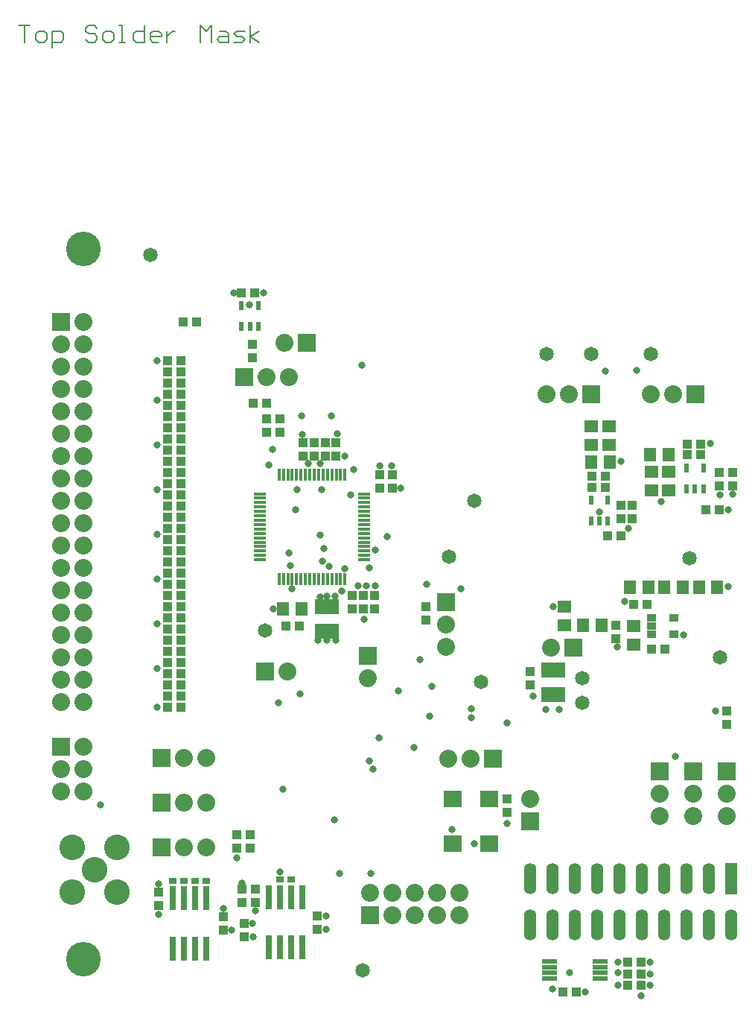
<source format=gts>
%FSLAX24Y24*%
%MOIN*%
G70*
G01*
G75*
%ADD10C,0.0120*%
%ADD11C,0.0100*%
%ADD12R,0.0250X0.1000*%
%ADD13R,0.0650X0.0157*%
%ADD14R,0.1024X0.0630*%
%ADD15R,0.0551X0.0472*%
%ADD16R,0.0091X0.0500*%
%ADD17R,0.0500X0.0091*%
%ADD18R,0.0500X0.0091*%
%ADD19R,0.0390X0.0270*%
%ADD20R,0.0197X0.0394*%
%ADD21R,0.0787X0.0709*%
%ADD22R,0.0300X0.0200*%
%ADD23R,0.0350X0.0350*%
%ADD24R,0.0472X0.0551*%
%ADD25R,0.0472X0.0551*%
%ADD26C,0.0200*%
%ADD27C,0.0080*%
%ADD28C,0.0150*%
%ADD29C,0.0040*%
%ADD30C,0.0400*%
%ADD31C,0.0300*%
%ADD32C,0.0250*%
%ADD33C,0.0450*%
%ADD34C,0.0500*%
%ADD35O,0.0500X0.1350*%
%ADD36R,0.0500X0.1350*%
%ADD37C,0.0750*%
%ADD38R,0.0750X0.0750*%
%ADD39C,0.1100*%
%ADD40C,0.0600*%
%ADD41C,0.1500*%
%ADD42C,0.0280*%
%ADD43O,0.1350X0.0500*%
%ADD44R,0.1350X0.0500*%
%ADD45R,0.0433X0.0157*%
%ADD46R,0.0700X0.0800*%
%ADD47R,0.0700X0.0600*%
%ADD48R,0.1000X0.0250*%
%ADD49R,0.0551X0.0472*%
%ADD50C,0.0079*%
%ADD51C,0.0060*%
%ADD52C,0.0090*%
%ADD53C,0.0050*%
%ADD54R,0.0450X0.0450*%
%ADD55R,0.0300X0.1050*%
%ADD56R,0.0700X0.0207*%
%ADD57R,0.1074X0.0680*%
%ADD58R,0.0601X0.0522*%
%ADD59R,0.0141X0.0550*%
%ADD60R,0.0550X0.0141*%
%ADD61R,0.0550X0.0141*%
%ADD62R,0.0440X0.0320*%
%ADD63R,0.0247X0.0444*%
%ADD64R,0.0837X0.0759*%
%ADD65R,0.0350X0.0250*%
%ADD66R,0.0400X0.0400*%
%ADD67R,0.0522X0.0601*%
%ADD68R,0.0522X0.0601*%
%ADD69O,0.0550X0.1400*%
%ADD70R,0.0550X0.1400*%
%ADD71C,0.0800*%
%ADD72R,0.0800X0.0800*%
%ADD73C,0.1150*%
%ADD74C,0.0650*%
%ADD75C,0.1550*%
%ADD76C,0.0330*%
D27*
X50960Y100872D02*
X51460D01*
X51210D01*
Y100123D01*
X51835D02*
X52084D01*
X52209Y100248D01*
Y100497D01*
X52084Y100622D01*
X51835D01*
X51710Y100497D01*
Y100248D01*
X51835Y100123D01*
X52459Y99873D02*
Y100622D01*
X52834D01*
X52959Y100497D01*
Y100248D01*
X52834Y100123D01*
X52459D01*
X54459Y100747D02*
X54334Y100872D01*
X54084D01*
X53959Y100747D01*
Y100622D01*
X54084Y100497D01*
X54334D01*
X54459Y100373D01*
Y100248D01*
X54334Y100123D01*
X54084D01*
X53959Y100248D01*
X54834Y100123D02*
X55083D01*
X55208Y100248D01*
Y100497D01*
X55083Y100622D01*
X54834D01*
X54709Y100497D01*
Y100248D01*
X54834Y100123D01*
X55458D02*
X55708D01*
X55583D01*
Y100872D01*
X55458D01*
X56583D02*
Y100123D01*
X56208D01*
X56083Y100248D01*
Y100497D01*
X56208Y100622D01*
X56583D01*
X57208Y100123D02*
X56958D01*
X56833Y100248D01*
Y100497D01*
X56958Y100622D01*
X57208D01*
X57333Y100497D01*
Y100373D01*
X56833D01*
X57583Y100622D02*
Y100123D01*
Y100373D01*
X57708Y100497D01*
X57833Y100622D01*
X57958D01*
X59082Y100123D02*
Y100872D01*
X59332Y100622D01*
X59582Y100872D01*
Y100123D01*
X59957Y100622D02*
X60207D01*
X60332Y100497D01*
Y100123D01*
X59957D01*
X59832Y100248D01*
X59957Y100373D01*
X60332D01*
X60582Y100123D02*
X60957D01*
X61082Y100248D01*
X60957Y100373D01*
X60707D01*
X60582Y100497D01*
X60707Y100622D01*
X61082D01*
X61331Y100123D02*
Y100872D01*
Y100373D02*
X61706Y100622D01*
X61331Y100373D02*
X61706Y100123D01*
D55*
X58360Y59588D02*
D03*
X58860Y61838D02*
D03*
X58360D02*
D03*
X58860Y59588D02*
D03*
X57860Y61838D02*
D03*
X59360D02*
D03*
Y59588D02*
D03*
X57860D02*
D03*
X63640Y59628D02*
D03*
X62140D02*
D03*
X63640Y61878D02*
D03*
X63140D02*
D03*
X62640D02*
D03*
X62140D02*
D03*
X62640Y59628D02*
D03*
X63140D02*
D03*
D56*
X76980Y58493D02*
D03*
Y58748D02*
D03*
Y59004D02*
D03*
X74716Y58237D02*
D03*
Y58493D02*
D03*
Y58748D02*
D03*
Y59004D02*
D03*
X76980Y58237D02*
D03*
D57*
X74875Y70931D02*
D03*
Y72034D02*
D03*
X64760Y73771D02*
D03*
Y74874D02*
D03*
D58*
X76595Y82928D02*
D03*
Y82101D02*
D03*
X79265Y80903D02*
D03*
Y80076D02*
D03*
X78475Y73169D02*
D03*
Y73996D02*
D03*
X75390Y74049D02*
D03*
Y74876D02*
D03*
X80055Y80903D02*
D03*
Y80076D02*
D03*
X77380Y82101D02*
D03*
Y82928D02*
D03*
D59*
X64575Y76123D02*
D03*
X64968D02*
D03*
X64772Y80769D02*
D03*
X64378D02*
D03*
X63787D02*
D03*
X63197Y76123D02*
D03*
X63000D02*
D03*
X64968Y80769D02*
D03*
X65559D02*
D03*
X63984Y76123D02*
D03*
X63787D02*
D03*
X63000Y80769D02*
D03*
X65165Y76123D02*
D03*
X63197Y80769D02*
D03*
X63394D02*
D03*
X63984D02*
D03*
X64181D02*
D03*
X64575D02*
D03*
X62803D02*
D03*
X65559Y76123D02*
D03*
X63394D02*
D03*
X63591D02*
D03*
X64772D02*
D03*
X63591Y80769D02*
D03*
X65362Y76123D02*
D03*
Y80769D02*
D03*
X65165D02*
D03*
X64181Y76123D02*
D03*
X64378D02*
D03*
X62606Y80769D02*
D03*
X62606Y76123D02*
D03*
X62803D02*
D03*
D60*
X66405Y79332D02*
D03*
Y78938D02*
D03*
Y78545D02*
D03*
Y79923D02*
D03*
Y77167D02*
D03*
Y78151D02*
D03*
Y78348D02*
D03*
Y77954D02*
D03*
Y77757D02*
D03*
Y77364D02*
D03*
Y77560D02*
D03*
Y76970D02*
D03*
Y79726D02*
D03*
Y79135D02*
D03*
Y79529D02*
D03*
Y78741D02*
D03*
X61760Y79923D02*
D03*
X61760Y79726D02*
D03*
Y79529D02*
D03*
Y79332D02*
D03*
Y79135D02*
D03*
Y78938D02*
D03*
Y78741D02*
D03*
Y78545D02*
D03*
Y78348D02*
D03*
Y78151D02*
D03*
Y77954D02*
D03*
Y77757D02*
D03*
Y77560D02*
D03*
Y77364D02*
D03*
Y77167D02*
D03*
D61*
X61760Y76970D02*
D03*
D62*
X79275Y74383D02*
D03*
X80295Y73633D02*
D03*
X79275Y74008D02*
D03*
X80295Y74383D02*
D03*
X79275Y73633D02*
D03*
D63*
X76576Y78702D02*
D03*
X77324Y79637D02*
D03*
X76950Y78702D02*
D03*
X76576Y79637D02*
D03*
X77324Y78702D02*
D03*
X81225Y80142D02*
D03*
X80851D02*
D03*
X81599Y81077D02*
D03*
X80851D02*
D03*
X81599Y80142D02*
D03*
X60926Y87400D02*
D03*
X61674Y88335D02*
D03*
X61300Y87400D02*
D03*
X60926Y88335D02*
D03*
X61674Y87400D02*
D03*
D64*
X72023Y66263D02*
D03*
X70370D02*
D03*
Y64263D02*
D03*
X72023D02*
D03*
D65*
X63140Y62663D02*
D03*
X62640D02*
D03*
X58360Y62623D02*
D03*
X57860D02*
D03*
X58860D02*
D03*
X59360D02*
D03*
D66*
X60710Y64673D02*
D03*
X61310D02*
D03*
X61055Y60111D02*
D03*
Y60711D02*
D03*
X61311Y64088D02*
D03*
X60711D02*
D03*
X58310Y87623D02*
D03*
X58910D02*
D03*
X58208Y70878D02*
D03*
X58207Y70383D02*
D03*
X58208Y71378D02*
D03*
Y72878D02*
D03*
X58207Y72383D02*
D03*
X58208Y73378D02*
D03*
X58210Y73873D02*
D03*
X58208Y74878D02*
D03*
X58207Y74383D02*
D03*
X58208Y75378D02*
D03*
X58210Y75873D02*
D03*
X58208Y76878D02*
D03*
X58207Y76383D02*
D03*
X58208Y77378D02*
D03*
Y78878D02*
D03*
X58207Y78383D02*
D03*
X58208Y79378D02*
D03*
X58210Y79873D02*
D03*
X58208Y80878D02*
D03*
X58207Y80383D02*
D03*
X58208Y81378D02*
D03*
X58210Y81873D02*
D03*
X58208Y82878D02*
D03*
X58207Y82383D02*
D03*
X58208Y83378D02*
D03*
X58210Y83873D02*
D03*
X58208Y84878D02*
D03*
X58207Y84383D02*
D03*
X58208Y85378D02*
D03*
X57608Y70878D02*
D03*
Y71378D02*
D03*
Y72878D02*
D03*
Y73378D02*
D03*
Y74878D02*
D03*
Y75378D02*
D03*
Y76878D02*
D03*
Y77378D02*
D03*
Y78878D02*
D03*
Y79378D02*
D03*
Y80878D02*
D03*
Y81378D02*
D03*
Y82878D02*
D03*
Y83378D02*
D03*
Y84878D02*
D03*
Y85378D02*
D03*
X60110Y60423D02*
D03*
X57210Y62113D02*
D03*
X60110Y61023D02*
D03*
X57607Y72383D02*
D03*
Y74383D02*
D03*
X57610Y75873D02*
D03*
X57607Y76383D02*
D03*
Y78383D02*
D03*
Y80383D02*
D03*
Y82383D02*
D03*
Y84383D02*
D03*
Y70383D02*
D03*
X57210Y61513D02*
D03*
X63510Y74023D02*
D03*
X62910D02*
D03*
X63665Y82221D02*
D03*
Y81621D02*
D03*
X62660Y83273D02*
D03*
Y82673D02*
D03*
X65885Y75361D02*
D03*
Y74761D02*
D03*
X67115Y80174D02*
D03*
Y80774D02*
D03*
X67665D02*
D03*
Y80174D02*
D03*
X64665Y81624D02*
D03*
Y82224D02*
D03*
X64165D02*
D03*
Y81624D02*
D03*
X62051Y83968D02*
D03*
X61451D02*
D03*
X61405Y86621D02*
D03*
Y86021D02*
D03*
X78415Y79398D02*
D03*
Y78798D02*
D03*
X82915Y80271D02*
D03*
Y80871D02*
D03*
X61531Y88908D02*
D03*
X60931D02*
D03*
X73860Y71971D02*
D03*
Y71371D02*
D03*
X69195Y74874D02*
D03*
Y74274D02*
D03*
X66385Y74764D02*
D03*
Y75364D02*
D03*
X82645Y70221D02*
D03*
Y69621D02*
D03*
X62055Y82671D02*
D03*
Y83271D02*
D03*
X77665Y74051D02*
D03*
Y73451D02*
D03*
X79088Y74988D02*
D03*
X78488D02*
D03*
X79273Y72988D02*
D03*
X79873D02*
D03*
X65155Y81621D02*
D03*
Y82221D02*
D03*
X77901Y78044D02*
D03*
X77301D02*
D03*
X81496Y82154D02*
D03*
X80896D02*
D03*
X76601Y80704D02*
D03*
X77201D02*
D03*
X82306Y79194D02*
D03*
X81706D02*
D03*
X82325Y80274D02*
D03*
Y80874D02*
D03*
X77925Y78801D02*
D03*
Y79401D02*
D03*
X80893Y81664D02*
D03*
X81493D02*
D03*
X77198Y80214D02*
D03*
X76598D02*
D03*
X57610Y79873D02*
D03*
Y83873D02*
D03*
Y73873D02*
D03*
Y81873D02*
D03*
X78831Y57932D02*
D03*
X78231D02*
D03*
X78831Y58432D02*
D03*
X78231D02*
D03*
X75931Y57632D02*
D03*
X75331D02*
D03*
X78831Y58982D02*
D03*
X78231D02*
D03*
X66890Y75363D02*
D03*
Y74763D02*
D03*
X57610Y77873D02*
D03*
X58210D02*
D03*
X57610Y71873D02*
D03*
X58210D02*
D03*
X60958Y61638D02*
D03*
X61558D02*
D03*
X57610Y85873D02*
D03*
X58210D02*
D03*
X72815Y66274D02*
D03*
Y65674D02*
D03*
X64310Y61053D02*
D03*
Y60453D02*
D03*
X61560Y62233D02*
D03*
X60960D02*
D03*
D67*
X63623Y74773D02*
D03*
X62796D02*
D03*
D68*
X82228Y75733D02*
D03*
X81401D02*
D03*
X78321D02*
D03*
X79148D02*
D03*
X80688D02*
D03*
X79861D02*
D03*
X79231Y81659D02*
D03*
X80058D02*
D03*
X77423Y81354D02*
D03*
X76596D02*
D03*
X77033Y74053D02*
D03*
X76206D02*
D03*
D69*
X77850Y62698D02*
D03*
X73850Y60648D02*
D03*
X75850D02*
D03*
X79850D02*
D03*
X82850D02*
D03*
X80850D02*
D03*
X77850D02*
D03*
X76850D02*
D03*
X73850Y62698D02*
D03*
X81850D02*
D03*
X79850D02*
D03*
X76850D02*
D03*
X75850D02*
D03*
X74850D02*
D03*
X81850Y60648D02*
D03*
X74850D02*
D03*
X78850D02*
D03*
Y62698D02*
D03*
X80850D02*
D03*
D70*
X82850D02*
D03*
D71*
X53860Y66623D02*
D03*
X52860D02*
D03*
X53860Y67623D02*
D03*
Y68623D02*
D03*
X52860Y67623D02*
D03*
X66670Y62073D02*
D03*
X68670Y61073D02*
D03*
Y62073D02*
D03*
X69670Y61073D02*
D03*
Y62073D02*
D03*
X70670Y61073D02*
D03*
Y62073D02*
D03*
X67670Y61073D02*
D03*
Y62073D02*
D03*
X73860Y66273D02*
D03*
X58360Y64123D02*
D03*
X59360D02*
D03*
Y66123D02*
D03*
X58360D02*
D03*
X82640Y65523D02*
D03*
Y66523D02*
D03*
X74790Y73053D02*
D03*
X70070Y74073D02*
D03*
X75595Y84378D02*
D03*
X79235D02*
D03*
X80235D02*
D03*
X81140Y65523D02*
D03*
X66575Y71678D02*
D03*
X62975Y71983D02*
D03*
X79640Y66523D02*
D03*
X81140D02*
D03*
X70170Y68073D02*
D03*
X71170D02*
D03*
X70070Y73073D02*
D03*
X79640Y65523D02*
D03*
X74595Y84378D02*
D03*
X58360Y68123D02*
D03*
X59360D02*
D03*
X62860Y86673D02*
D03*
X63050Y85133D02*
D03*
X62050D02*
D03*
X53860Y86623D02*
D03*
Y70623D02*
D03*
X52860D02*
D03*
X53860Y71623D02*
D03*
X52860D02*
D03*
X53860Y72623D02*
D03*
X52860D02*
D03*
X53860Y73623D02*
D03*
X52860D02*
D03*
X53860Y74623D02*
D03*
X52860D02*
D03*
X53860Y75623D02*
D03*
X52860D02*
D03*
X53860Y82623D02*
D03*
X52860D02*
D03*
X53860Y83623D02*
D03*
X52860D02*
D03*
X53860Y84623D02*
D03*
X52860D02*
D03*
X53860Y85623D02*
D03*
X52860D02*
D03*
Y86623D02*
D03*
X53860Y87623D02*
D03*
X52860Y81623D02*
D03*
X53860D02*
D03*
X52860Y80623D02*
D03*
X53860D02*
D03*
X52860Y79623D02*
D03*
X53860D02*
D03*
X52860Y78623D02*
D03*
X53860D02*
D03*
X52860Y77623D02*
D03*
X53860D02*
D03*
X52860Y76623D02*
D03*
X53860D02*
D03*
D72*
X52860Y68623D02*
D03*
X66670Y61073D02*
D03*
X73860Y65273D02*
D03*
X57360Y64123D02*
D03*
Y66123D02*
D03*
X82640Y67523D02*
D03*
X75790Y73053D02*
D03*
X76595Y84378D02*
D03*
X81235D02*
D03*
X81140Y67523D02*
D03*
X66575Y72678D02*
D03*
X61975Y71983D02*
D03*
X72170Y68073D02*
D03*
X70070Y75073D02*
D03*
X79640Y67523D02*
D03*
X57360Y68123D02*
D03*
X63860Y86673D02*
D03*
X61050Y85133D02*
D03*
X52860Y87623D02*
D03*
D73*
X54360Y63123D02*
D03*
X53360Y62123D02*
D03*
Y64123D02*
D03*
X55360D02*
D03*
Y62123D02*
D03*
D74*
X76595Y86178D02*
D03*
X76175Y70583D02*
D03*
Y71683D02*
D03*
X80970Y77038D02*
D03*
X70210Y77123D02*
D03*
X71660Y71523D02*
D03*
X79235Y86178D02*
D03*
X61993Y73823D02*
D03*
X82360Y72623D02*
D03*
X66360Y58623D02*
D03*
X56860Y90623D02*
D03*
X71360Y79623D02*
D03*
X74595Y86178D02*
D03*
D75*
X53860Y90873D02*
D03*
Y59123D02*
D03*
D76*
X70760Y75673D02*
D03*
X69210Y75873D02*
D03*
X66510Y75823D02*
D03*
X67960Y71123D02*
D03*
X78830Y57463D02*
D03*
X61440Y60113D02*
D03*
X60470Y60423D02*
D03*
X60110Y61383D02*
D03*
X64433Y75323D02*
D03*
X54610Y66023D02*
D03*
X61290Y88373D02*
D03*
X62160Y81223D02*
D03*
X77780Y58987D02*
D03*
X63197Y75660D02*
D03*
X65559Y76572D02*
D03*
X65210Y82623D02*
D03*
X64607Y77473D02*
D03*
X65810Y79873D02*
D03*
X64460Y81273D02*
D03*
X65560Y81623D02*
D03*
X69360Y69973D02*
D03*
X65960Y81023D02*
D03*
X68060Y80173D02*
D03*
X63410Y80123D02*
D03*
X64510D02*
D03*
X63360Y79223D02*
D03*
X64860Y76673D02*
D03*
X65410Y75573D02*
D03*
X63110Y76723D02*
D03*
X63060Y77273D02*
D03*
X62360Y74773D02*
D03*
X64760Y75338D02*
D03*
X64560Y76923D02*
D03*
X63910Y81273D02*
D03*
X65110Y75338D02*
D03*
X64460Y78073D02*
D03*
X63660Y82573D02*
D03*
X67110Y81173D02*
D03*
X64733Y73373D02*
D03*
X65133D02*
D03*
X64333D02*
D03*
X78605Y85428D02*
D03*
X81910Y82173D02*
D03*
X79710Y79573D02*
D03*
X82710Y75773D02*
D03*
X78070Y75123D02*
D03*
X80710Y73623D02*
D03*
X77760Y73073D02*
D03*
X74878Y74876D02*
D03*
X67660Y81173D02*
D03*
X72810Y65173D02*
D03*
X70360Y64923D02*
D03*
X66660Y67973D02*
D03*
X62565Y70578D02*
D03*
X63560Y70973D02*
D03*
X62770Y66723D02*
D03*
X66830Y67623D02*
D03*
X65070Y65336D02*
D03*
X65320Y62936D02*
D03*
X61910Y88923D02*
D03*
X82915Y79891D02*
D03*
X82333Y79873D02*
D03*
X82710Y79223D02*
D03*
X78260Y78373D02*
D03*
X76960Y79123D02*
D03*
X77910Y81373D02*
D03*
X57160Y80123D02*
D03*
Y85873D02*
D03*
Y84123D02*
D03*
Y76123D02*
D03*
X60950Y62503D02*
D03*
X57160Y82123D02*
D03*
X64710Y61053D02*
D03*
X57160Y74123D02*
D03*
Y70373D02*
D03*
Y78123D02*
D03*
X64710Y60453D02*
D03*
X66160Y75823D02*
D03*
X82160Y70223D02*
D03*
X66410Y74323D02*
D03*
X67070Y69023D02*
D03*
X66730Y62936D02*
D03*
X73970Y70873D02*
D03*
X74535Y70288D02*
D03*
X75155D02*
D03*
X77210Y85423D02*
D03*
X60580Y88913D02*
D03*
X71360Y64273D02*
D03*
X74860Y57773D02*
D03*
X76330Y57637D02*
D03*
X77780Y57937D02*
D03*
X77774Y58493D02*
D03*
X75624D02*
D03*
X79230Y57937D02*
D03*
Y58437D02*
D03*
Y58987D02*
D03*
X66660Y76623D02*
D03*
X66910Y77423D02*
D03*
X68660Y68573D02*
D03*
X62310Y81923D02*
D03*
X72810Y69673D02*
D03*
X71210Y69923D02*
D03*
Y70323D02*
D03*
X66910Y75823D02*
D03*
X67460Y78023D02*
D03*
X69460Y71323D02*
D03*
X68910Y72523D02*
D03*
X57160Y72123D02*
D03*
X63610Y83423D02*
D03*
X66310Y85673D02*
D03*
X64960Y83423D02*
D03*
X61560Y61273D02*
D03*
X57210Y62473D02*
D03*
X61416Y60708D02*
D03*
X62640Y63023D02*
D03*
X60711Y63648D02*
D03*
X57210Y61113D02*
D03*
X80360Y68173D02*
D03*
M02*

</source>
